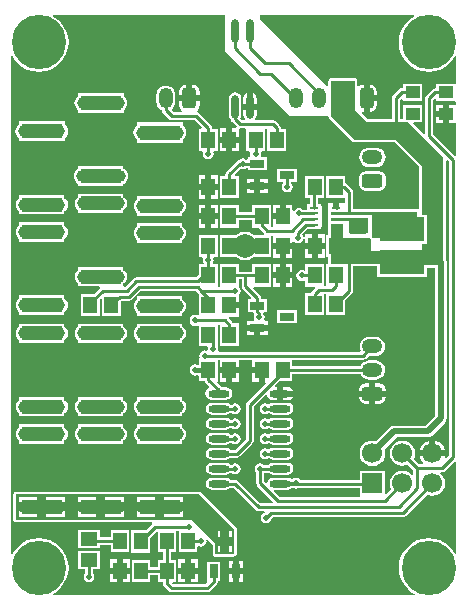
<source format=gtl>
G04*
G04 #@! TF.GenerationSoftware,Altium Limited,Altium Designer,20.0.2 (26)*
G04*
G04 Layer_Physical_Order=1*
G04 Layer_Color=25308*
%FSLAX25Y25*%
%MOIN*%
G70*
G01*
G75*
%ADD42O,0.02559X0.07874*%
%ADD43O,0.07087X0.02362*%
%ADD44R,0.04921X0.02756*%
%ADD45R,0.02756X0.04921*%
%ADD46R,0.04724X0.03937*%
%ADD47R,0.04567X0.05787*%
%ADD48R,0.14961X0.07874*%
%ADD49R,0.05787X0.04567*%
%ADD50R,0.02362X0.04724*%
%ADD51R,0.03150X0.00984*%
%ADD52R,0.13465X0.04921*%
%ADD53C,0.01000*%
%ADD54C,0.01500*%
%ADD55C,0.02000*%
%ADD56R,0.06693X0.06693*%
%ADD57C,0.06693*%
G04:AMPARAMS|DCode=58|XSize=47.24mil|YSize=68.9mil|CornerRadius=11.81mil|HoleSize=0mil|Usage=FLASHONLY|Rotation=90.000|XOffset=0mil|YOffset=0mil|HoleType=Round|Shape=RoundedRectangle|*
%AMROUNDEDRECTD58*
21,1,0.04724,0.04528,0,0,90.0*
21,1,0.02362,0.06890,0,0,90.0*
1,1,0.02362,0.02264,0.01181*
1,1,0.02362,0.02264,-0.01181*
1,1,0.02362,-0.02264,-0.01181*
1,1,0.02362,-0.02264,0.01181*
%
%ADD58ROUNDEDRECTD58*%
%ADD59O,0.06890X0.04724*%
G04:AMPARAMS|DCode=60|XSize=47.24mil|YSize=68.9mil|CornerRadius=11.81mil|HoleSize=0mil|Usage=FLASHONLY|Rotation=180.000|XOffset=0mil|YOffset=0mil|HoleType=Round|Shape=RoundedRectangle|*
%AMROUNDEDRECTD60*
21,1,0.04724,0.04528,0,0,180.0*
21,1,0.02362,0.06890,0,0,180.0*
1,1,0.02362,-0.01181,0.02264*
1,1,0.02362,0.01181,0.02264*
1,1,0.02362,0.01181,-0.02264*
1,1,0.02362,-0.01181,-0.02264*
%
%ADD60ROUNDEDRECTD60*%
%ADD61O,0.04724X0.06890*%
%ADD62C,0.18110*%
%ADD63C,0.03937*%
%ADD64C,0.01968*%
%ADD65C,0.03150*%
%ADD66C,0.07874*%
G36*
X72835Y183071D02*
X94488Y161417D01*
X107350D01*
X107420Y161066D01*
X107619Y160768D01*
X115493Y152894D01*
X115791Y152696D01*
X116142Y152626D01*
X129541D01*
X137665Y144502D01*
Y130652D01*
X137571Y130551D01*
X137165Y130312D01*
X137008Y130343D01*
X115499D01*
Y136221D01*
X115398Y136728D01*
X115111Y137158D01*
X113536Y138733D01*
X113106Y139020D01*
X112887Y139063D01*
Y141489D01*
X106720D01*
Y134102D01*
X112848D01*
Y132768D01*
X112535Y132398D01*
X110961D01*
Y130905D01*
X108961D01*
Y132398D01*
X107386D01*
Y131315D01*
X107299D01*
Y127953D01*
Y124591D01*
X107350D01*
Y121904D01*
X106620D01*
Y114316D01*
X107350D01*
Y112205D01*
X107150Y111961D01*
X106720D01*
Y104869D01*
X105879D01*
Y111961D01*
X99712D01*
Y110155D01*
X99212Y109888D01*
X99121Y109949D01*
X98425Y110087D01*
X97729Y109949D01*
X97139Y109554D01*
X96745Y108964D01*
X96606Y108268D01*
X96745Y107571D01*
X97139Y106981D01*
X97729Y106587D01*
X98425Y106448D01*
X99121Y106587D01*
X99212Y106647D01*
X99712Y106380D01*
Y104574D01*
X102780D01*
X102987Y104074D01*
X101858Y102945D01*
X101571Y102515D01*
X101570Y102513D01*
X99712D01*
Y95125D01*
X105879D01*
Y102218D01*
X106620D01*
Y95025D01*
X112987D01*
Y99984D01*
X115182Y102180D01*
X115183Y102180D01*
X115492Y102643D01*
X115601Y103189D01*
X115601Y103189D01*
Y111287D01*
X123509D01*
Y107761D01*
X140270D01*
Y110661D01*
X142945D01*
Y61423D01*
X139758Y58236D01*
X129370D01*
X128629Y58089D01*
X128000Y57669D01*
X123360Y53029D01*
X123156Y53114D01*
X122047Y53259D01*
X120939Y53114D01*
X119906Y52686D01*
X119019Y52005D01*
X118338Y51118D01*
X117910Y50085D01*
X117764Y48976D01*
X117910Y47868D01*
X118338Y46835D01*
X119019Y45948D01*
X119906Y45267D01*
X120939Y44839D01*
X122047Y44693D01*
X123156Y44839D01*
X124189Y45267D01*
X125076Y45948D01*
X125757Y46835D01*
X126184Y47868D01*
X126330Y48976D01*
X126184Y50085D01*
X126100Y50289D01*
X130173Y54362D01*
X140561D01*
X141302Y54510D01*
X141930Y54929D01*
X146252Y59251D01*
X146672Y59879D01*
X146819Y60620D01*
Y112598D01*
X146672Y113340D01*
X146587Y113467D01*
Y146555D01*
X147049Y146746D01*
X147493Y146301D01*
Y48187D01*
X146593Y47286D01*
X146169Y47570D01*
X146282Y47842D01*
X146300Y47976D01*
X142047D01*
X137795D01*
X137813Y47842D01*
X138251Y46784D01*
X138914Y45920D01*
X138845Y45575D01*
X138792Y45420D01*
X137478D01*
X135770Y47128D01*
X136087Y47894D01*
X136230Y48976D01*
X136087Y50059D01*
X135669Y51068D01*
X135004Y51934D01*
X134138Y52598D01*
X133130Y53016D01*
X132047Y53159D01*
X130965Y53016D01*
X129956Y52598D01*
X129090Y51934D01*
X128425Y51068D01*
X128007Y50059D01*
X127865Y48976D01*
X128007Y47894D01*
X128425Y46885D01*
X129090Y46019D01*
X129956Y45355D01*
X130965Y44937D01*
X132047Y44794D01*
X133130Y44937D01*
X133895Y45254D01*
X135682Y43467D01*
Y41872D01*
X135182Y41702D01*
X135004Y41934D01*
X134138Y42598D01*
X133130Y43016D01*
X132047Y43159D01*
X130965Y43016D01*
X129956Y42598D01*
X129090Y41934D01*
X128425Y41067D01*
X128007Y40059D01*
X127865Y38976D01*
X128007Y37894D01*
X128325Y37128D01*
X126656Y35459D01*
X126194Y35651D01*
Y43123D01*
X117901D01*
Y40223D01*
X97770D01*
X97743Y40263D01*
X97153Y40657D01*
X96457Y40796D01*
X95761Y40657D01*
X95229Y40302D01*
X95145D01*
X95129Y40326D01*
X94474Y40764D01*
X93701Y40918D01*
X88976D01*
X88203Y40764D01*
X87548Y40326D01*
X87110Y39671D01*
X87015Y39189D01*
X86472Y39025D01*
X85971Y39525D01*
Y42572D01*
X87479D01*
X87548Y42469D01*
X88203Y42031D01*
X88976Y41878D01*
X93701D01*
X94474Y42031D01*
X95129Y42469D01*
X95567Y43125D01*
X95721Y43898D01*
X95567Y44671D01*
X95129Y45326D01*
X94474Y45764D01*
X93701Y45917D01*
X88976D01*
X88203Y45764D01*
X87548Y45326D01*
X87479Y45223D01*
X85874D01*
X85342Y45578D01*
X84646Y45717D01*
X83950Y45578D01*
X83359Y45184D01*
X82965Y44594D01*
X82827Y43898D01*
X82965Y43202D01*
X83320Y42670D01*
Y38976D01*
X83421Y38469D01*
X83708Y38039D01*
X88858Y32890D01*
X88666Y32428D01*
X84683D01*
X77276Y39835D01*
X76846Y40122D01*
X76339Y40223D01*
X74725D01*
X74657Y40326D01*
X74001Y40764D01*
X73228Y40918D01*
X68504D01*
X67731Y40764D01*
X67076Y40326D01*
X66638Y39671D01*
X66484Y38898D01*
X66638Y38125D01*
X67076Y37469D01*
X67731Y37031D01*
X68504Y36878D01*
X73228D01*
X74001Y37031D01*
X74657Y37469D01*
X74725Y37572D01*
X75789D01*
X83197Y30165D01*
X83627Y29878D01*
X84134Y29777D01*
X86055D01*
X86105Y29277D01*
X85918Y29240D01*
X85328Y28845D01*
X84933Y28255D01*
X84795Y27559D01*
X84933Y26863D01*
X85328Y26273D01*
X85918Y25878D01*
X86614Y25740D01*
X87310Y25878D01*
X87901Y26273D01*
X88295Y26863D01*
X88420Y27490D01*
X88738Y27808D01*
X132205D01*
X132712Y27909D01*
X133142Y28197D01*
X140199Y35254D01*
X140965Y34937D01*
X142047Y34794D01*
X143130Y34937D01*
X144138Y35355D01*
X145004Y36019D01*
X145669Y36885D01*
X146087Y37894D01*
X146230Y38976D01*
X146087Y40059D01*
X145669Y41067D01*
X145004Y41934D01*
X144568Y42269D01*
X144737Y42769D01*
X145276D01*
X145783Y42870D01*
X146213Y43157D01*
X149469Y46414D01*
X149969Y46207D01*
Y15542D01*
X149469Y15417D01*
X148982Y16329D01*
X147750Y17829D01*
X146250Y19061D01*
X144538Y19976D01*
X142680Y20539D01*
X140748Y20730D01*
X138816Y20539D01*
X136958Y19976D01*
X135246Y19061D01*
X133746Y17829D01*
X132514Y16329D01*
X131599Y14616D01*
X131035Y12759D01*
X130845Y10827D01*
X131035Y8895D01*
X131599Y7037D01*
X132514Y5325D01*
X133746Y3824D01*
X135246Y2593D01*
X136158Y2106D01*
X136033Y1606D01*
X15542D01*
X15417Y2106D01*
X16329Y2593D01*
X17829Y3824D01*
X19061Y5325D01*
X19976Y7037D01*
X20539Y8895D01*
X20730Y10827D01*
X20539Y12759D01*
X19976Y14616D01*
X19061Y16329D01*
X17829Y17829D01*
X16329Y19061D01*
X14616Y19976D01*
X12759Y20539D01*
X10827Y20730D01*
X8895Y20539D01*
X7037Y19976D01*
X5325Y19061D01*
X3824Y17829D01*
X2593Y16329D01*
X2106Y15417D01*
X1606Y15542D01*
X1606Y181308D01*
X2106Y181434D01*
X2593Y180522D01*
X3824Y179021D01*
X5325Y177790D01*
X7037Y176875D01*
X8895Y176311D01*
X10827Y176121D01*
X12759Y176311D01*
X14616Y176875D01*
X16329Y177790D01*
X17829Y179021D01*
X19061Y180522D01*
X19976Y182234D01*
X20539Y184092D01*
X20730Y186024D01*
X20539Y187956D01*
X19976Y189813D01*
X19061Y191525D01*
X17829Y193026D01*
X16329Y194257D01*
X15417Y194745D01*
X15542Y195245D01*
X72835D01*
X72835Y183071D01*
D02*
G37*
G36*
X136158Y194745D02*
X135246Y194257D01*
X133746Y193026D01*
X132514Y191525D01*
X131599Y189813D01*
X131035Y187956D01*
X130845Y186024D01*
X131035Y184092D01*
X131599Y182234D01*
X132514Y180522D01*
X133746Y179021D01*
X135246Y177790D01*
X136958Y176875D01*
X138816Y176311D01*
X140748Y176121D01*
X142680Y176311D01*
X144538Y176875D01*
X146250Y177790D01*
X147750Y179021D01*
X148982Y180522D01*
X149469Y181434D01*
X149969Y181308D01*
Y172415D01*
X149619Y172060D01*
X143295D01*
Y170617D01*
X142913D01*
X142406Y170516D01*
X141976Y170229D01*
X140008Y168260D01*
X139720Y167830D01*
X139619Y167323D01*
Y155639D01*
X139157Y155447D01*
X135631Y158974D01*
X135822Y159436D01*
X138595D01*
Y164973D01*
X132271D01*
Y160366D01*
X131349D01*
Y166732D01*
X131709Y167092D01*
X132171Y166901D01*
Y166423D01*
X138695D01*
Y172160D01*
X132171D01*
Y170719D01*
X131890D01*
X131343Y170610D01*
X130880Y170301D01*
X130880Y170301D01*
X128912Y168332D01*
X128603Y167869D01*
X128494Y167323D01*
X128494Y167323D01*
Y160366D01*
X120459D01*
X118401Y162424D01*
X118647Y162885D01*
X118898Y162835D01*
X119079D01*
Y167323D01*
Y171810D01*
X118898D01*
X118047Y171641D01*
X117559Y171316D01*
X117059Y171583D01*
Y173228D01*
X116990Y173580D01*
X116791Y173877D01*
X116493Y174076D01*
X116142Y174146D01*
X108268D01*
X107917Y174076D01*
X107619Y173877D01*
X107420Y173580D01*
X107350Y173228D01*
Y171650D01*
X106888Y171458D01*
X84646Y193701D01*
Y195245D01*
X136033D01*
X136158Y194745D01*
D02*
G37*
G36*
X143295Y167145D02*
Y166523D01*
X149619D01*
X149969Y166168D01*
Y165611D01*
X149819Y165173D01*
X149469Y165173D01*
X147457D01*
Y162205D01*
Y159236D01*
X149469D01*
X149819Y159236D01*
X149969Y158799D01*
Y148282D01*
X149469Y148075D01*
X142270Y155273D01*
Y166774D01*
X142833Y167336D01*
X143295Y167145D01*
D02*
G37*
G36*
X120472Y127531D02*
X120472Y122441D01*
X114173Y122441D01*
X114173Y126378D01*
X108380Y126378D01*
Y127531D01*
X120472Y127531D01*
D02*
G37*
G36*
X137008Y120866D02*
X122047D01*
Y128346D01*
X108280Y128347D01*
Y129528D01*
X137008D01*
Y120866D01*
D02*
G37*
G36*
X116142Y163386D02*
X120079Y159449D01*
X132271D01*
Y159436D01*
X133871D01*
X145669Y147638D01*
Y112205D01*
X108268Y112205D01*
X108268Y124691D01*
X108380D01*
Y125562D01*
X112205Y125562D01*
X112205Y120866D01*
X121232Y120866D01*
Y120866D01*
X121294Y120554D01*
X121470Y120289D01*
X121506Y120266D01*
X121506Y116535D01*
X138583D01*
X138583Y118885D01*
X140170D01*
Y128359D01*
X138583D01*
Y144882D01*
X129921Y153543D01*
X116142D01*
X108268Y161417D01*
Y173228D01*
X116142D01*
Y163386D01*
D02*
G37*
G36*
X117901Y34830D02*
X117901D01*
X117740Y34396D01*
X91100D01*
X89119Y36378D01*
X89326Y36878D01*
X93701D01*
X94474Y37031D01*
X95129Y37469D01*
X95198Y37572D01*
X95347D01*
X95761Y37296D01*
X96457Y37157D01*
X97153Y37296D01*
X97567Y37572D01*
X117901D01*
Y34830D01*
D02*
G37*
%LPC*%
G36*
X62205Y171810D02*
X62024D01*
Y168323D01*
X64429D01*
Y169587D01*
X64259Y170438D01*
X63777Y171159D01*
X63056Y171641D01*
X62205Y171810D01*
D02*
G37*
G36*
X60024D02*
X59842D01*
X58991Y171641D01*
X58270Y171159D01*
X57788Y170438D01*
X57619Y169587D01*
Y168323D01*
X60024D01*
Y171810D01*
D02*
G37*
G36*
X82240Y169298D02*
Y165567D01*
X83564D01*
Y167224D01*
X83387Y168114D01*
X82884Y168868D01*
X82240Y169298D01*
D02*
G37*
G36*
X80240D02*
X79597Y168868D01*
X79093Y168114D01*
X78916Y167224D01*
Y165567D01*
X80240D01*
Y169298D01*
D02*
G37*
G36*
X39128Y169109D02*
X23864D01*
Y168039D01*
X23545Y167794D01*
X23085Y167195D01*
X22796Y166497D01*
X22697Y165748D01*
X22796Y164999D01*
X23085Y164301D01*
X23545Y163702D01*
X23864Y163457D01*
Y162387D01*
X39128D01*
Y163457D01*
X39447Y163702D01*
X39907Y164301D01*
X40196Y164999D01*
X40295Y165748D01*
X40196Y166497D01*
X39907Y167195D01*
X39447Y167794D01*
X39128Y168039D01*
Y169109D01*
D02*
G37*
G36*
X73370Y157437D02*
X71087D01*
Y154543D01*
X73370D01*
Y157437D01*
D02*
G37*
G36*
X19443Y159660D02*
X4179D01*
Y158590D01*
X3860Y158345D01*
X3400Y157746D01*
X3111Y157048D01*
X3012Y156299D01*
X3111Y155550D01*
X3400Y154853D01*
X3860Y154253D01*
X4179Y154008D01*
Y152939D01*
X19443D01*
Y154008D01*
X19762Y154253D01*
X20222Y154853D01*
X20511Y155550D01*
X20610Y156299D01*
X20511Y157048D01*
X20222Y157746D01*
X19762Y158345D01*
X19443Y158590D01*
Y159660D01*
D02*
G37*
G36*
X58813Y159266D02*
X43549D01*
Y158196D01*
X43230Y157951D01*
X42770Y157352D01*
X42481Y156654D01*
X42382Y155905D01*
X42481Y155157D01*
X42770Y154459D01*
X43230Y153860D01*
X43549Y153615D01*
Y152545D01*
X58813D01*
Y153615D01*
X59132Y153860D01*
X59592Y154459D01*
X59881Y155157D01*
X59980Y155905D01*
X59881Y156654D01*
X59592Y157352D01*
X59132Y157951D01*
X58813Y158196D01*
Y159266D01*
D02*
G37*
G36*
X76240Y169345D02*
X75429Y169183D01*
X74741Y168724D01*
X74281Y168036D01*
X74120Y167224D01*
Y161909D01*
X74281Y161098D01*
X74741Y160410D01*
X74933Y160282D01*
X75016Y159867D01*
X75303Y159437D01*
X76803Y157937D01*
X76596Y157437D01*
X75370D01*
Y154543D01*
X77653D01*
Y157090D01*
X77953Y157336D01*
X79568D01*
X80027Y157237D01*
X80027Y156836D01*
Y149850D01*
X81058D01*
X81357Y149350D01*
X81252Y148819D01*
X81385Y148150D01*
X81387Y148063D01*
X81131Y147650D01*
X80401D01*
Y146982D01*
X79901Y146843D01*
X79436Y147153D01*
X78740Y147292D01*
X78044Y147153D01*
X77454Y146759D01*
X77438Y146735D01*
X77249Y146697D01*
X76819Y146410D01*
X73433Y143024D01*
X73146Y142594D01*
X73045Y142087D01*
Y141489D01*
X71287D01*
Y134102D01*
X77454D01*
Y141489D01*
X76354D01*
X76147Y141989D01*
X77987Y143830D01*
X78044Y143792D01*
X78740Y143653D01*
X79436Y143792D01*
X79901Y144102D01*
X80401Y143963D01*
Y143295D01*
X86922D01*
Y147650D01*
X85011D01*
X84755Y148063D01*
X84757Y148150D01*
X84890Y148819D01*
X84785Y149350D01*
X85084Y149850D01*
X86194D01*
X86194Y157059D01*
X86614Y157292D01*
X87035Y157059D01*
Y149850D01*
X93202D01*
Y157237D01*
X91444D01*
Y157520D01*
X91343Y158027D01*
X91055Y158457D01*
X89914Y159599D01*
X89484Y159886D01*
X88976Y159987D01*
X83297D01*
X83031Y160487D01*
X83387Y161020D01*
X83564Y161909D01*
Y163567D01*
X81240D01*
X78916D01*
Y161909D01*
X79093Y161020D01*
X79449Y160487D01*
X79183Y159987D01*
X78502D01*
X77875Y160613D01*
X78199Y161098D01*
X78360Y161909D01*
Y167224D01*
X78199Y168036D01*
X77739Y168724D01*
X77052Y169183D01*
X76240Y169345D01*
D02*
G37*
G36*
X77653Y152543D02*
X75370D01*
Y149650D01*
X77653D01*
Y152543D01*
D02*
G37*
G36*
X73370D02*
X71087D01*
Y149650D01*
X73370D01*
Y152543D01*
D02*
G37*
G36*
X53150Y171595D02*
X52324Y171486D01*
X51555Y171168D01*
X50894Y170661D01*
X50387Y170000D01*
X50069Y169231D01*
X49960Y168405D01*
Y166240D01*
X50069Y165415D01*
X50387Y164645D01*
X50894Y163985D01*
X51555Y163478D01*
X51828Y163365D01*
X51925Y162879D01*
X52212Y162449D01*
X54181Y160480D01*
X54611Y160193D01*
X55118Y160092D01*
X62837D01*
X65230Y157699D01*
X65038Y157237D01*
X64279D01*
Y149850D01*
X65310D01*
X65609Y149350D01*
X65504Y148819D01*
X65642Y148123D01*
X66036Y147532D01*
X66627Y147138D01*
X67323Y147000D01*
X68019Y147138D01*
X68609Y147532D01*
X69004Y148123D01*
X69142Y148819D01*
X69037Y149350D01*
X69336Y149850D01*
X70446D01*
Y157237D01*
X68688D01*
Y157441D01*
X68587Y157948D01*
X68300Y158378D01*
X64323Y162355D01*
X63893Y162642D01*
X63523Y162715D01*
X63398Y163099D01*
X63402Y163236D01*
X63777Y163487D01*
X64259Y164208D01*
X64429Y165059D01*
Y166323D01*
X61024D01*
X57619D01*
Y165059D01*
X57788Y164208D01*
X58270Y163487D01*
X58635Y163243D01*
X58483Y162743D01*
X55667D01*
X55119Y163291D01*
X55151Y163790D01*
X55405Y163985D01*
X55912Y164645D01*
X56230Y165415D01*
X56339Y166240D01*
Y168405D01*
X56230Y169231D01*
X55912Y170000D01*
X55405Y170661D01*
X54744Y171168D01*
X53975Y171486D01*
X53150Y171595D01*
D02*
G37*
G36*
X123130Y150928D02*
X120965D01*
X120113Y150816D01*
X119319Y150487D01*
X118638Y149964D01*
X118115Y149283D01*
X117786Y148489D01*
X117674Y147638D01*
X117786Y146786D01*
X118115Y145993D01*
X118638Y145311D01*
X119319Y144788D01*
X120113Y144460D01*
X120965Y144348D01*
X123130D01*
X123981Y144460D01*
X124775Y144788D01*
X125457Y145311D01*
X125979Y145993D01*
X126308Y146786D01*
X126420Y147638D01*
X126308Y148489D01*
X125979Y149283D01*
X125457Y149964D01*
X124775Y150487D01*
X123981Y150816D01*
X123130Y150928D01*
D02*
G37*
G36*
X87122Y140370D02*
X84661D01*
Y138992D01*
X87122D01*
Y140370D01*
D02*
G37*
G36*
X82661D02*
X80201D01*
Y138992D01*
X82661D01*
Y140370D01*
D02*
G37*
G36*
X70646Y141689D02*
X68362D01*
Y138795D01*
X70646D01*
Y141689D01*
D02*
G37*
G36*
X66362D02*
X64079D01*
Y138795D01*
X66362D01*
Y141689D01*
D02*
G37*
G36*
X39028Y144599D02*
X23964D01*
Y143824D01*
X23801Y143757D01*
X23222Y143313D01*
X22779Y142735D01*
X22500Y142061D01*
X22404Y141339D01*
X22500Y140616D01*
X22779Y139942D01*
X23222Y139364D01*
X23801Y138920D01*
X23964Y138853D01*
Y138078D01*
X39028D01*
Y138853D01*
X39191Y138920D01*
X39770Y139364D01*
X40214Y139942D01*
X40492Y140616D01*
X40588Y141339D01*
X40492Y142061D01*
X40214Y142735D01*
X39770Y143313D01*
X39191Y143757D01*
X39028Y143824D01*
Y144599D01*
D02*
G37*
G36*
X124311Y143067D02*
X119783D01*
X118972Y142905D01*
X118283Y142445D01*
X117823Y141757D01*
X117662Y140945D01*
Y138583D01*
X117823Y137771D01*
X118283Y137082D01*
X118972Y136622D01*
X119783Y136461D01*
X124311D01*
X125123Y136622D01*
X125811Y137082D01*
X126271Y137771D01*
X126433Y138583D01*
Y140945D01*
X126271Y141757D01*
X125811Y142445D01*
X125123Y142905D01*
X124311Y143067D01*
D02*
G37*
G36*
X96765Y143910D02*
X90243D01*
Y139554D01*
X92375D01*
Y139023D01*
X92020Y138491D01*
X91882Y137795D01*
X92020Y137099D01*
X92414Y136509D01*
X93005Y136115D01*
X93701Y135976D01*
X94397Y136115D01*
X94987Y136509D01*
X95381Y137099D01*
X95520Y137795D01*
X95381Y138491D01*
X95026Y139023D01*
Y139554D01*
X96765D01*
Y143910D01*
D02*
G37*
G36*
X87122Y136992D02*
X84661D01*
Y135614D01*
X87122D01*
Y136992D01*
D02*
G37*
G36*
X82661D02*
X80201D01*
Y135614D01*
X82661D01*
Y136992D01*
D02*
G37*
G36*
X70646Y136795D02*
X68362D01*
Y133902D01*
X70646D01*
Y136795D01*
D02*
G37*
G36*
X66362D02*
X64079D01*
Y133902D01*
X66362D01*
Y136795D01*
D02*
G37*
G36*
X105879Y141489D02*
X99712D01*
Y134102D01*
X101312D01*
Y132198D01*
X100263D01*
Y130262D01*
X98669D01*
X98137Y130618D01*
X97441Y130756D01*
X96745Y130618D01*
X96155Y130223D01*
X95870Y129798D01*
X95370Y129949D01*
Y131846D01*
X93087D01*
Y127953D01*
X92087D01*
Y126953D01*
X88803D01*
Y124554D01*
X88162D01*
Y131647D01*
X81995D01*
Y129278D01*
X77454D01*
Y131647D01*
X71287D01*
Y124259D01*
X77454D01*
Y126627D01*
X81995D01*
Y124259D01*
X84115D01*
X84141Y124220D01*
X86058Y122304D01*
X86056Y122249D01*
X85900Y121804D01*
X82495D01*
X81916Y122248D01*
X80764Y122725D01*
X79528Y122888D01*
X78291Y122725D01*
X77139Y122248D01*
X76560Y121804D01*
X71287D01*
Y114417D01*
X76560D01*
X77139Y113972D01*
X78291Y113495D01*
X79528Y113332D01*
X80764Y113495D01*
X81916Y113972D01*
X82495Y114417D01*
X88162D01*
Y121318D01*
X88340Y121463D01*
X88662Y121571D01*
X88803Y121467D01*
Y119110D01*
X92087D01*
X95370D01*
Y119559D01*
X95870Y119711D01*
X95958Y119580D01*
X96548Y119185D01*
X97244Y119047D01*
X97940Y119185D01*
X98531Y119580D01*
X98925Y120170D01*
X99012Y120607D01*
X99512Y120558D01*
Y119110D01*
X101795D01*
Y122004D01*
X99512D01*
Y121174D01*
X99012Y121125D01*
X98925Y121562D01*
X98650Y121973D01*
X100352Y123674D01*
X102638D01*
X102805Y123708D01*
X105013D01*
Y124591D01*
X105299D01*
Y127953D01*
Y131315D01*
X105013D01*
Y132198D01*
X103963D01*
Y134102D01*
X105879D01*
Y141489D01*
D02*
G37*
G36*
X39028Y135544D02*
X23964D01*
Y134525D01*
X23616Y134258D01*
X23172Y133680D01*
X22893Y133006D01*
X22798Y132283D01*
X22893Y131561D01*
X23172Y130887D01*
X23616Y130309D01*
X23964Y130042D01*
Y129023D01*
X39028D01*
Y130042D01*
X39376Y130309D01*
X39820Y130887D01*
X40099Y131561D01*
X40194Y132283D01*
X40099Y133006D01*
X39820Y133680D01*
X39376Y134258D01*
X39028Y134525D01*
Y135544D01*
D02*
G37*
G36*
X70646Y131846D02*
X68362D01*
Y128953D01*
X70646D01*
Y131846D01*
D02*
G37*
G36*
X66362D02*
X64079D01*
Y128953D01*
X66362D01*
Y131846D01*
D02*
G37*
G36*
X91087D02*
X88803D01*
Y128953D01*
X91087D01*
Y131846D01*
D02*
G37*
G36*
X19343Y135150D02*
X4279D01*
Y134131D01*
X3931Y133864D01*
X3487Y133286D01*
X3208Y132613D01*
X3113Y131890D01*
X3208Y131167D01*
X3487Y130494D01*
X3931Y129915D01*
X4279Y129648D01*
Y128629D01*
X19343D01*
Y129648D01*
X19691Y129915D01*
X20135Y130494D01*
X20414Y131167D01*
X20509Y131890D01*
X20414Y132613D01*
X20135Y133286D01*
X19691Y133864D01*
X19343Y134131D01*
Y135150D01*
D02*
G37*
G36*
X58713Y134757D02*
X43649D01*
Y133737D01*
X43301Y133471D01*
X42857Y132892D01*
X42578Y132219D01*
X42483Y131496D01*
X42578Y130773D01*
X42857Y130100D01*
X43301Y129522D01*
X43649Y129255D01*
Y128235D01*
X58713D01*
Y129255D01*
X59061Y129522D01*
X59505Y130100D01*
X59784Y130773D01*
X59879Y131496D01*
X59784Y132219D01*
X59505Y132892D01*
X59061Y133471D01*
X58713Y133737D01*
Y134757D01*
D02*
G37*
G36*
X70646Y126953D02*
X68362D01*
Y124059D01*
X70646D01*
Y126953D01*
D02*
G37*
G36*
X66362D02*
X64079D01*
Y124059D01*
X66362D01*
Y126953D01*
D02*
G37*
G36*
X19343Y126095D02*
X4279D01*
Y125076D01*
X3931Y124809D01*
X3487Y124231D01*
X3208Y123557D01*
X3113Y122835D01*
X3208Y122112D01*
X3487Y121439D01*
X3931Y120860D01*
X4279Y120593D01*
Y119574D01*
X19343D01*
Y120593D01*
X19691Y120860D01*
X20135Y121439D01*
X20414Y122112D01*
X20509Y122835D01*
X20414Y123557D01*
X20135Y124231D01*
X19691Y124809D01*
X19343Y125076D01*
Y126095D01*
D02*
G37*
G36*
X58713Y125702D02*
X43649D01*
Y124682D01*
X43301Y124416D01*
X42857Y123837D01*
X42578Y123164D01*
X42483Y122441D01*
X42578Y121718D01*
X42857Y121045D01*
X43301Y120466D01*
X43649Y120200D01*
Y119180D01*
X58713D01*
Y120200D01*
X59061Y120466D01*
X59505Y121045D01*
X59784Y121718D01*
X59879Y122441D01*
X59784Y123164D01*
X59505Y123837D01*
X59061Y124416D01*
X58713Y124682D01*
Y125702D01*
D02*
G37*
G36*
X106079Y122004D02*
X103795D01*
Y119110D01*
X106079D01*
Y122004D01*
D02*
G37*
G36*
Y117110D02*
X103795D01*
Y114216D01*
X106079D01*
Y117110D01*
D02*
G37*
G36*
X101795D02*
X99512D01*
Y114216D01*
X101795D01*
Y117110D01*
D02*
G37*
G36*
X95370D02*
X93087D01*
Y114216D01*
X95370D01*
Y117110D01*
D02*
G37*
G36*
X91087D02*
X88803D01*
Y114216D01*
X91087D01*
Y117110D01*
D02*
G37*
G36*
X95370Y112161D02*
X93087D01*
Y109268D01*
X95370D01*
Y112161D01*
D02*
G37*
G36*
X91087D02*
X88803D01*
Y109268D01*
X91087D01*
Y112161D01*
D02*
G37*
G36*
X70446Y121804D02*
X64279D01*
Y114417D01*
X65310D01*
X65609Y113917D01*
X65504Y113386D01*
X65642Y112690D01*
X65795Y112461D01*
X65527Y111961D01*
X64279D01*
Y108673D01*
X63231Y107625D01*
X43307D01*
X42800Y107524D01*
X42370Y107237D01*
X39608Y104475D01*
X39471D01*
X39028Y104613D01*
X39028Y104975D01*
Y105633D01*
X39376Y105900D01*
X39820Y106478D01*
X40099Y107151D01*
X40194Y107874D01*
X40099Y108597D01*
X39820Y109270D01*
X39376Y109848D01*
X39028Y110115D01*
Y111135D01*
X23964D01*
Y110115D01*
X23616Y109848D01*
X23172Y109270D01*
X22893Y108597D01*
X22798Y107874D01*
X22893Y107151D01*
X23172Y106478D01*
X23616Y105900D01*
X23964Y105633D01*
Y104613D01*
X31057D01*
X31209Y104113D01*
X31169Y104087D01*
X29201Y102119D01*
X24909D01*
Y94731D01*
X31076D01*
Y100244D01*
X31455Y100623D01*
X31916Y100432D01*
Y94731D01*
X38083D01*
Y99634D01*
X38305Y99856D01*
X40945D01*
X41452Y99957D01*
X41882Y100244D01*
X44644Y103005D01*
X63231D01*
X64279Y101957D01*
Y95315D01*
X63779Y95048D01*
X63727Y95082D01*
X62992Y95228D01*
X62257Y95082D01*
X61634Y94666D01*
X61217Y94042D01*
X61071Y93307D01*
X61217Y92572D01*
X61634Y91949D01*
X62257Y91532D01*
X62992Y91386D01*
X63727Y91532D01*
X63779Y91566D01*
X64279Y91299D01*
Y84889D01*
X66885D01*
X67184Y84389D01*
X67078Y83858D01*
X67134Y83580D01*
X67039Y83451D01*
X66699Y83205D01*
X66142Y83315D01*
X65446Y83177D01*
X64855Y82782D01*
X64461Y82192D01*
X64323Y81496D01*
X64408Y81065D01*
X64179Y80565D01*
X64179D01*
Y78817D01*
X63771Y78573D01*
X63679Y78556D01*
X62992Y78693D01*
X62257Y78547D01*
X61634Y78130D01*
X61217Y77507D01*
X61071Y76772D01*
X61217Y76037D01*
X61634Y75413D01*
X62257Y74997D01*
X62992Y74850D01*
X63679Y74987D01*
X63771Y74971D01*
X64179Y74726D01*
Y72978D01*
X66083D01*
X66353Y72573D01*
X67613Y71313D01*
X67494Y70726D01*
X67004Y70398D01*
X66544Y69710D01*
X66382Y68898D01*
X66544Y68086D01*
X67004Y67397D01*
X67692Y66937D01*
X68504Y66776D01*
X73228D01*
X74040Y66937D01*
X74729Y67397D01*
X75189Y68086D01*
X75350Y68898D01*
X75189Y69710D01*
X74729Y70398D01*
X74040Y70858D01*
X73228Y71020D01*
X71921D01*
X71876Y71088D01*
X70382Y72582D01*
X70546Y72978D01*
X70546D01*
Y80171D01*
X71087D01*
Y77772D01*
X74370D01*
X77653D01*
Y80171D01*
X81795D01*
Y77772D01*
X85079D01*
Y76772D01*
X86079D01*
Y72878D01*
X86275D01*
X86467Y72416D01*
X80165Y66114D01*
X79878Y65684D01*
X79777Y65177D01*
Y53699D01*
X76301Y50223D01*
X74725D01*
X74657Y50326D01*
X74001Y50764D01*
X73228Y50918D01*
X68504D01*
X67731Y50764D01*
X67076Y50326D01*
X66638Y49671D01*
X66484Y48898D01*
X66638Y48125D01*
X67076Y47469D01*
X67731Y47032D01*
X68504Y46878D01*
X73228D01*
X74001Y47032D01*
X74657Y47469D01*
X74725Y47572D01*
X76850D01*
X77358Y47673D01*
X77788Y47960D01*
X82040Y52212D01*
X82327Y52642D01*
X82428Y53150D01*
Y64628D01*
X86318Y68519D01*
X86861Y68354D01*
X86922Y68047D01*
X87404Y67325D01*
X88125Y66843D01*
X88976Y66674D01*
X90339D01*
Y68898D01*
Y71122D01*
X89628D01*
X89421Y71622D01*
X90878Y73078D01*
X95170D01*
Y75446D01*
X118091D01*
X118202Y75177D01*
X118709Y74516D01*
X119370Y74010D01*
X120139Y73691D01*
X120965Y73582D01*
X123130D01*
X123955Y73691D01*
X124725Y74010D01*
X125385Y74516D01*
X125892Y75177D01*
X126211Y75946D01*
X126319Y76772D01*
X126211Y77597D01*
X125892Y78366D01*
X125385Y79027D01*
X124725Y79534D01*
X123955Y79852D01*
X123130Y79961D01*
X120965D01*
X120139Y79852D01*
X119370Y79534D01*
X118709Y79027D01*
X118202Y78366D01*
X118091Y78097D01*
X95170D01*
Y80171D01*
X118898D01*
X119405Y80272D01*
X119835Y80559D01*
X120759Y81483D01*
X120965Y81456D01*
X123130D01*
X123955Y81565D01*
X124725Y81884D01*
X125385Y82390D01*
X125892Y83051D01*
X126211Y83820D01*
X126319Y84646D01*
X126211Y85471D01*
X125892Y86240D01*
X125385Y86901D01*
X124725Y87408D01*
X123955Y87726D01*
X123130Y87835D01*
X120965D01*
X120139Y87726D01*
X119370Y87408D01*
X118709Y86901D01*
X118202Y86240D01*
X117884Y85471D01*
X117775Y84646D01*
X117884Y83820D01*
X118090Y83321D01*
X117779Y82822D01*
X70906D01*
X70610Y83321D01*
X70717Y83858D01*
X70578Y84554D01*
X70446Y84889D01*
X70446Y84889D01*
X70446Y84889D01*
Y91880D01*
X71187D01*
Y84789D01*
X77553D01*
Y92376D01*
X75650D01*
X75379Y92781D01*
X75379Y92781D01*
X74129Y94032D01*
X74336Y94532D01*
X77653D01*
Y97425D01*
X74370D01*
Y99425D01*
X77653D01*
Y101856D01*
X77664Y101863D01*
X78059Y102453D01*
X78197Y103150D01*
X78059Y103846D01*
X77664Y104436D01*
X77454Y104577D01*
Y106942D01*
X78399D01*
Y104675D01*
X78500Y104168D01*
X78787Y103738D01*
X81657Y100868D01*
X81466Y100406D01*
X80401D01*
Y96050D01*
X82378D01*
X82437Y95753D01*
X82694Y95368D01*
X82571Y95184D01*
X82433Y94488D01*
X82571Y93792D01*
X82682Y93626D01*
X82415Y93126D01*
X80201D01*
Y91748D01*
X83661D01*
X87122D01*
Y93126D01*
X86089D01*
X85822Y93626D01*
X85933Y93792D01*
X86071Y94488D01*
X85933Y95184D01*
X85688Y95550D01*
X85955Y96050D01*
X86922D01*
Y100406D01*
X84987D01*
Y100738D01*
X84886Y101245D01*
X84599Y101675D01*
X82200Y104074D01*
X82407Y104574D01*
X88162D01*
Y111961D01*
X81995D01*
Y109593D01*
X77454D01*
Y111961D01*
X71287D01*
Y104753D01*
X70866Y104519D01*
X70446Y104753D01*
Y111961D01*
X69118D01*
X68851Y112461D01*
X69004Y112690D01*
X69142Y113386D01*
X69037Y113917D01*
X69336Y114417D01*
X70446D01*
Y121804D01*
D02*
G37*
G36*
X95370Y107268D02*
X93087D01*
Y104374D01*
X95370D01*
Y107268D01*
D02*
G37*
G36*
X91087D02*
X88803D01*
Y104374D01*
X91087D01*
Y107268D01*
D02*
G37*
G36*
X19343Y101686D02*
X4279D01*
Y100666D01*
X3931Y100400D01*
X3487Y99821D01*
X3208Y99148D01*
X3113Y98425D01*
X3208Y97702D01*
X3487Y97029D01*
X3931Y96451D01*
X4279Y96184D01*
Y95165D01*
X19343D01*
Y96184D01*
X19691Y96451D01*
X20135Y97029D01*
X20414Y97702D01*
X20509Y98425D01*
X20414Y99148D01*
X20135Y99821D01*
X19691Y100400D01*
X19343Y100667D01*
Y101686D01*
D02*
G37*
G36*
X58713Y101292D02*
X43649D01*
Y100273D01*
X43301Y100006D01*
X42857Y99428D01*
X42578Y98754D01*
X42483Y98032D01*
X42578Y97309D01*
X42857Y96635D01*
X43301Y96057D01*
X43649Y95790D01*
Y94771D01*
X58713D01*
Y95790D01*
X59061Y96057D01*
X59505Y96635D01*
X59784Y97309D01*
X59879Y98032D01*
X59784Y98754D01*
X59505Y99428D01*
X59061Y100006D01*
X58713Y100273D01*
Y101292D01*
D02*
G37*
G36*
X96765Y96666D02*
X90243D01*
Y92310D01*
X96765D01*
Y96666D01*
D02*
G37*
G36*
X87122Y89748D02*
X84661D01*
Y88370D01*
X87122D01*
Y89748D01*
D02*
G37*
G36*
X82661D02*
X80201D01*
Y88370D01*
X82661D01*
Y89748D01*
D02*
G37*
G36*
X58713Y92237D02*
X43649D01*
Y91218D01*
X43301Y90951D01*
X42857Y90373D01*
X42578Y89699D01*
X42483Y88976D01*
X42578Y88254D01*
X42857Y87580D01*
X43301Y87002D01*
X43649Y86735D01*
Y85716D01*
X58713D01*
Y86735D01*
X59061Y87002D01*
X59505Y87580D01*
X59784Y88254D01*
X59879Y88976D01*
X59784Y89699D01*
X59505Y90373D01*
X59061Y90951D01*
X58713Y91218D01*
Y92237D01*
D02*
G37*
G36*
X39028D02*
X23964D01*
Y91218D01*
X23616Y90951D01*
X23172Y90373D01*
X22893Y89699D01*
X22798Y88976D01*
X22893Y88254D01*
X23172Y87580D01*
X23616Y87002D01*
X23964Y86735D01*
Y85716D01*
X39028D01*
Y86735D01*
X39376Y87002D01*
X39820Y87580D01*
X40099Y88254D01*
X40194Y88976D01*
X40099Y89699D01*
X39820Y90373D01*
X39376Y90951D01*
X39028Y91218D01*
Y92237D01*
D02*
G37*
G36*
X19343D02*
X4279D01*
Y91218D01*
X3931Y90951D01*
X3487Y90373D01*
X3208Y89699D01*
X3113Y88976D01*
X3208Y88254D01*
X3487Y87580D01*
X3931Y87002D01*
X4279Y86735D01*
Y85716D01*
X19343D01*
Y86735D01*
X19691Y87002D01*
X20135Y87580D01*
X20414Y88254D01*
X20509Y88976D01*
X20414Y89699D01*
X20135Y90373D01*
X19691Y90951D01*
X19343Y91218D01*
Y92237D01*
D02*
G37*
G36*
X84079Y75772D02*
X81795D01*
Y72878D01*
X84079D01*
Y75772D01*
D02*
G37*
G36*
X77653Y75772D02*
X75370D01*
Y72878D01*
X77653D01*
Y75772D01*
D02*
G37*
G36*
X73370D02*
X71087D01*
Y72878D01*
X73370D01*
Y75772D01*
D02*
G37*
G36*
X124311Y72303D02*
X123047D01*
Y69898D01*
X126535D01*
Y70079D01*
X126366Y70930D01*
X125883Y71651D01*
X125162Y72133D01*
X124311Y72303D01*
D02*
G37*
G36*
X93701Y71122D02*
X92339D01*
Y69898D01*
X95656D01*
X95273Y70470D01*
X94552Y70952D01*
X93701Y71122D01*
D02*
G37*
G36*
X121047Y72303D02*
X119783D01*
X118932Y72133D01*
X118211Y71651D01*
X117729Y70930D01*
X117560Y70079D01*
Y69898D01*
X121047D01*
Y72303D01*
D02*
G37*
G36*
X95656Y67898D02*
X92339D01*
Y66674D01*
X93701D01*
X94552Y66843D01*
X95273Y67325D01*
X95656Y67898D01*
D02*
G37*
G36*
X126535D02*
X123047D01*
Y65493D01*
X124311D01*
X125162Y65662D01*
X125883Y66144D01*
X126366Y66865D01*
X126535Y67716D01*
Y67898D01*
D02*
G37*
G36*
X121047D02*
X117560D01*
Y67716D01*
X117729Y66865D01*
X118211Y66144D01*
X118932Y65662D01*
X119783Y65493D01*
X121047D01*
Y67898D01*
D02*
G37*
G36*
X93701Y65918D02*
X88976D01*
X88203Y65764D01*
X87548Y65326D01*
X87506Y65263D01*
X87035Y65578D01*
X86339Y65717D01*
X85642Y65578D01*
X85052Y65184D01*
X84658Y64594D01*
X84519Y63898D01*
X84658Y63201D01*
X85052Y62611D01*
X85642Y62217D01*
X86339Y62078D01*
X87035Y62217D01*
X87506Y62532D01*
X87548Y62469D01*
X88203Y62032D01*
X88976Y61878D01*
X93701D01*
X94474Y62032D01*
X95129Y62469D01*
X95567Y63125D01*
X95721Y63898D01*
X95567Y64671D01*
X95129Y65326D01*
X94474Y65764D01*
X93701Y65918D01*
D02*
G37*
G36*
X73228D02*
X68504D01*
X67731Y65764D01*
X67076Y65326D01*
X66638Y64671D01*
X66484Y63898D01*
X66638Y63125D01*
X67076Y62469D01*
X67731Y62032D01*
X68504Y61878D01*
X73228D01*
X74001Y62032D01*
X74657Y62469D01*
X74725Y62572D01*
X75111D01*
X75642Y62217D01*
X76339Y62078D01*
X77035Y62217D01*
X77625Y62611D01*
X78019Y63201D01*
X78158Y63898D01*
X78019Y64594D01*
X77625Y65184D01*
X77035Y65578D01*
X76339Y65717D01*
X75642Y65578D01*
X75111Y65223D01*
X74725D01*
X74657Y65326D01*
X74001Y65764D01*
X73228Y65918D01*
D02*
G37*
G36*
X58713Y67828D02*
X43649D01*
Y66808D01*
X43301Y66541D01*
X42857Y65963D01*
X42578Y65290D01*
X42483Y64567D01*
X42578Y63844D01*
X42857Y63171D01*
X43301Y62592D01*
X43649Y62326D01*
Y61306D01*
X58713D01*
Y62326D01*
X59061Y62592D01*
X59505Y63171D01*
X59784Y63844D01*
X59879Y64567D01*
X59784Y65290D01*
X59505Y65963D01*
X59061Y66541D01*
X58713Y66808D01*
Y67828D01*
D02*
G37*
G36*
X39028D02*
X23964D01*
Y66808D01*
X23616Y66541D01*
X23172Y65963D01*
X22893Y65290D01*
X22798Y64567D01*
X22893Y63844D01*
X23172Y63171D01*
X23616Y62592D01*
X23964Y62326D01*
Y61306D01*
X39028D01*
Y62326D01*
X39376Y62592D01*
X39820Y63171D01*
X40099Y63844D01*
X40194Y64567D01*
X40099Y65290D01*
X39820Y65963D01*
X39376Y66541D01*
X39028Y66808D01*
Y67828D01*
D02*
G37*
G36*
X19343D02*
X4279D01*
Y66808D01*
X3931Y66541D01*
X3487Y65963D01*
X3208Y65290D01*
X3113Y64567D01*
X3208Y63844D01*
X3487Y63171D01*
X3931Y62592D01*
X4279Y62326D01*
Y61306D01*
X19343D01*
Y62326D01*
X19691Y62592D01*
X20135Y63171D01*
X20414Y63844D01*
X20509Y64567D01*
X20414Y65290D01*
X20135Y65963D01*
X19691Y66541D01*
X19343Y66808D01*
Y67828D01*
D02*
G37*
G36*
X93701Y60918D02*
X88976D01*
X88203Y60764D01*
X87548Y60326D01*
X87506Y60263D01*
X87035Y60578D01*
X86339Y60717D01*
X85642Y60578D01*
X85052Y60184D01*
X84658Y59594D01*
X84519Y58898D01*
X84658Y58201D01*
X85052Y57611D01*
X85642Y57217D01*
X86339Y57078D01*
X87035Y57217D01*
X87506Y57532D01*
X87548Y57469D01*
X88203Y57032D01*
X88976Y56878D01*
X93701D01*
X94474Y57032D01*
X95129Y57469D01*
X95567Y58125D01*
X95721Y58898D01*
X95567Y59671D01*
X95129Y60326D01*
X94474Y60764D01*
X93701Y60918D01*
D02*
G37*
G36*
X73228D02*
X68504D01*
X67731Y60764D01*
X67076Y60326D01*
X66638Y59671D01*
X66484Y58898D01*
X66638Y58125D01*
X67076Y57469D01*
X67731Y57032D01*
X68504Y56878D01*
X73228D01*
X74001Y57032D01*
X74657Y57469D01*
X74725Y57572D01*
X75111D01*
X75642Y57217D01*
X76339Y57078D01*
X77035Y57217D01*
X77625Y57611D01*
X78019Y58201D01*
X78158Y58898D01*
X78019Y59594D01*
X77625Y60184D01*
X77035Y60578D01*
X76339Y60717D01*
X75642Y60578D01*
X75111Y60223D01*
X74725D01*
X74657Y60326D01*
X74001Y60764D01*
X73228Y60918D01*
D02*
G37*
G36*
X93701Y55918D02*
X88976D01*
X88203Y55764D01*
X87548Y55326D01*
X87506Y55263D01*
X87035Y55578D01*
X86339Y55717D01*
X85642Y55578D01*
X85052Y55184D01*
X84658Y54594D01*
X84519Y53898D01*
X84658Y53202D01*
X85052Y52611D01*
X85642Y52217D01*
X86339Y52078D01*
X87035Y52217D01*
X87506Y52532D01*
X87548Y52469D01*
X88203Y52031D01*
X88976Y51878D01*
X93701D01*
X94474Y52031D01*
X95129Y52469D01*
X95567Y53125D01*
X95721Y53898D01*
X95567Y54671D01*
X95129Y55326D01*
X94474Y55764D01*
X93701Y55918D01*
D02*
G37*
G36*
X58713Y58772D02*
X43649D01*
Y57753D01*
X43301Y57486D01*
X42857Y56908D01*
X42578Y56235D01*
X42483Y55512D01*
X42578Y54789D01*
X42857Y54116D01*
X43301Y53537D01*
X43649Y53271D01*
Y52251D01*
X58713D01*
Y53271D01*
X59061Y53537D01*
X59505Y54116D01*
X59784Y54789D01*
X59879Y55512D01*
X59784Y56235D01*
X59505Y56908D01*
X59061Y57486D01*
X58713Y57753D01*
Y58772D01*
D02*
G37*
G36*
X39028D02*
X23964D01*
Y57753D01*
X23616Y57486D01*
X23172Y56908D01*
X22893Y56235D01*
X22798Y55512D01*
X22893Y54789D01*
X23172Y54116D01*
X23616Y53537D01*
X23964Y53271D01*
Y52251D01*
X39028D01*
Y53271D01*
X39376Y53537D01*
X39820Y54116D01*
X40099Y54789D01*
X40194Y55512D01*
X40099Y56235D01*
X39820Y56908D01*
X39376Y57486D01*
X39028Y57753D01*
Y58772D01*
D02*
G37*
G36*
X19343D02*
X4279D01*
Y57753D01*
X3931Y57486D01*
X3487Y56908D01*
X3208Y56235D01*
X3113Y55512D01*
X3208Y54789D01*
X3487Y54116D01*
X3931Y53537D01*
X4279Y53271D01*
Y52251D01*
X19343D01*
Y53270D01*
X19691Y53537D01*
X20135Y54116D01*
X20414Y54789D01*
X20509Y55512D01*
X20414Y56235D01*
X20135Y56908D01*
X19691Y57486D01*
X19343Y57753D01*
Y58772D01*
D02*
G37*
G36*
X73228Y55918D02*
X68504D01*
X67731Y55764D01*
X67076Y55326D01*
X66638Y54671D01*
X66484Y53898D01*
X66638Y53125D01*
X67076Y52469D01*
X67731Y52031D01*
X68504Y51878D01*
X73228D01*
X74001Y52031D01*
X74657Y52469D01*
X74725Y52572D01*
X75111D01*
X75642Y52217D01*
X76339Y52078D01*
X77035Y52217D01*
X77625Y52611D01*
X78019Y53202D01*
X78158Y53898D01*
X78019Y54594D01*
X77625Y55184D01*
X77035Y55578D01*
X76339Y55717D01*
X75642Y55578D01*
X75111Y55223D01*
X74725D01*
X74657Y55326D01*
X74001Y55764D01*
X73228Y55918D01*
D02*
G37*
G36*
X93701Y50918D02*
X88976D01*
X88203Y50764D01*
X87548Y50326D01*
X87506Y50263D01*
X87035Y50578D01*
X86339Y50717D01*
X85642Y50578D01*
X85052Y50184D01*
X84658Y49594D01*
X84519Y48898D01*
X84658Y48202D01*
X85052Y47611D01*
X85642Y47217D01*
X86339Y47078D01*
X87035Y47217D01*
X87506Y47532D01*
X87548Y47469D01*
X88203Y47032D01*
X88976Y46878D01*
X93701D01*
X94474Y47032D01*
X95129Y47469D01*
X95567Y48125D01*
X95721Y48898D01*
X95567Y49671D01*
X95129Y50326D01*
X94474Y50764D01*
X93701Y50918D01*
D02*
G37*
G36*
X143047Y53229D02*
Y49976D01*
X146300D01*
X146282Y50111D01*
X145844Y51168D01*
X145147Y52076D01*
X144239Y52773D01*
X143182Y53211D01*
X143047Y53229D01*
D02*
G37*
G36*
X141047D02*
X140913Y53211D01*
X139855Y52773D01*
X138947Y52076D01*
X138251Y51168D01*
X137813Y50111D01*
X137795Y49976D01*
X141047D01*
Y53229D01*
D02*
G37*
G36*
X73228Y45917D02*
X68504D01*
X67731Y45764D01*
X67076Y45326D01*
X66638Y44671D01*
X66484Y43898D01*
X66638Y43125D01*
X67076Y42469D01*
X67731Y42031D01*
X68504Y41878D01*
X73228D01*
X74001Y42031D01*
X74657Y42469D01*
X74725Y42572D01*
X75111D01*
X75642Y42217D01*
X76339Y42078D01*
X77035Y42217D01*
X77625Y42611D01*
X78019Y43202D01*
X78158Y43898D01*
X78019Y44594D01*
X77625Y45184D01*
X77035Y45578D01*
X76339Y45717D01*
X75642Y45578D01*
X75111Y45223D01*
X74725D01*
X74657Y45326D01*
X74001Y45764D01*
X73228Y45917D01*
D02*
G37*
G36*
X31253Y23516D02*
X23865D01*
Y17350D01*
X31253D01*
Y18320D01*
X34751D01*
Y15991D01*
X40918D01*
Y23379D01*
X34751D01*
Y20971D01*
X31253D01*
Y23516D01*
D02*
G37*
G36*
X3150Y36249D02*
X2837Y36187D01*
X2573Y36010D01*
X2396Y35745D01*
X2334Y35433D01*
X2334Y26772D01*
X2396Y26460D01*
X2573Y26195D01*
X2837Y26018D01*
X3150Y25956D01*
X48461Y25956D01*
X48613Y25456D01*
X48558Y25419D01*
X48558Y25419D01*
X46617Y23479D01*
X41659D01*
Y15891D01*
X48026D01*
Y20850D01*
X49999Y22823D01*
X50499Y22616D01*
Y15991D01*
X52257D01*
Y13536D01*
X50499D01*
Y11168D01*
X47926D01*
Y13536D01*
X41759D01*
Y6149D01*
X47926D01*
Y8517D01*
X50499D01*
Y6149D01*
X52257D01*
Y5472D01*
X52358Y4965D01*
X52645Y4535D01*
X54181Y3000D01*
X54611Y2712D01*
X55118Y2612D01*
X66929D01*
X67436Y2712D01*
X67866Y3000D01*
X70032Y5165D01*
X70319Y5595D01*
X70420Y6102D01*
Y6385D01*
X71272D01*
Y12906D01*
X66917D01*
Y6385D01*
X66917D01*
X67088Y5971D01*
X66380Y5263D01*
X55667D01*
X55281Y5649D01*
X55488Y6149D01*
X56666D01*
Y13536D01*
X54908D01*
Y15991D01*
X56666D01*
Y22982D01*
X57507D01*
Y15991D01*
X63674D01*
Y17797D01*
X64174Y18065D01*
X64264Y18004D01*
X64961Y17866D01*
X65657Y18004D01*
X66247Y18399D01*
X66641Y18989D01*
X66780Y19685D01*
X66716Y20006D01*
X67177Y20252D01*
X68869Y18560D01*
X68869Y15354D01*
X68931Y15042D01*
X69108Y14778D01*
X69373Y14601D01*
X69685Y14539D01*
X75631Y14539D01*
X75631Y14539D01*
X75943Y14601D01*
X76208Y14777D01*
X76561Y15131D01*
X76738Y15396D01*
X76800Y15708D01*
X76800Y15708D01*
X76800Y23622D01*
X76800Y23622D01*
X76738Y23934D01*
X76561Y24199D01*
X76561Y24199D01*
X64750Y36010D01*
X64750Y36010D01*
X64485Y36187D01*
X64173Y36249D01*
X64173Y36249D01*
X3150Y36249D01*
D02*
G37*
G36*
X63874Y13736D02*
X61590D01*
Y10842D01*
X63874D01*
Y13736D01*
D02*
G37*
G36*
X41118D02*
X38835D01*
Y10842D01*
X41118D01*
Y13736D01*
D02*
G37*
G36*
X36835D02*
X34551D01*
Y10842D01*
X36835D01*
Y13736D01*
D02*
G37*
G36*
X59591D02*
X57307D01*
Y10842D01*
X59591D01*
Y13736D01*
D02*
G37*
G36*
X78953Y13106D02*
X77575D01*
Y10646D01*
X78953D01*
Y13106D01*
D02*
G37*
G36*
X75575D02*
X74197D01*
Y10646D01*
X75575D01*
Y13106D01*
D02*
G37*
G36*
X78953Y8646D02*
X77575D01*
Y6185D01*
X78953D01*
Y8646D01*
D02*
G37*
G36*
X75575D02*
X74197D01*
Y6185D01*
X75575D01*
Y8646D01*
D02*
G37*
G36*
X31253Y16509D02*
X23865D01*
Y10342D01*
X26234D01*
Y9102D01*
X25878Y8570D01*
X25740Y7874D01*
X25878Y7178D01*
X26273Y6588D01*
X26863Y6193D01*
X27559Y6055D01*
X28255Y6193D01*
X28845Y6588D01*
X29240Y7178D01*
X29378Y7874D01*
X29240Y8570D01*
X28885Y9102D01*
Y10342D01*
X31253D01*
Y16509D01*
D02*
G37*
G36*
X63874Y8843D02*
X61590D01*
Y5949D01*
X63874D01*
Y8843D01*
D02*
G37*
G36*
X59591D02*
X57307D01*
Y5949D01*
X59591D01*
Y8843D01*
D02*
G37*
G36*
X41118D02*
X38835D01*
Y5949D01*
X41118D01*
Y8843D01*
D02*
G37*
G36*
X36835D02*
X34551D01*
Y5949D01*
X36835D01*
Y8843D01*
D02*
G37*
%LPD*%
G36*
X64173Y35433D02*
X75984Y23622D01*
X75984Y15708D01*
X75631Y15354D01*
X69685Y15354D01*
X69685Y18898D01*
X61811Y26772D01*
X3150Y26772D01*
X3150Y35433D01*
X64173Y35433D01*
D02*
G37*
%LPC*%
G36*
X58913Y34563D02*
X52681D01*
Y32602D01*
X58913D01*
Y34563D01*
D02*
G37*
G36*
X39228D02*
X32996D01*
Y32602D01*
X39228D01*
Y34563D01*
D02*
G37*
G36*
X19543D02*
X13311D01*
Y32602D01*
X19543D01*
Y34563D01*
D02*
G37*
G36*
X49681D02*
X43449D01*
Y32602D01*
X49681D01*
Y34563D01*
D02*
G37*
G36*
X29996D02*
X23764D01*
Y32602D01*
X29996D01*
Y34563D01*
D02*
G37*
G36*
X10311D02*
X4079D01*
Y32602D01*
X10311D01*
Y34563D01*
D02*
G37*
G36*
X58913Y29602D02*
X52681D01*
Y27642D01*
X58913D01*
Y29602D01*
D02*
G37*
G36*
X49681D02*
X43449D01*
Y27642D01*
X49681D01*
Y29602D01*
D02*
G37*
G36*
X39228D02*
X32996D01*
Y27642D01*
X39228D01*
Y29602D01*
D02*
G37*
G36*
X29996D02*
X23764D01*
Y27642D01*
X29996D01*
Y29602D01*
D02*
G37*
G36*
X19543D02*
X13311D01*
Y27642D01*
X19543D01*
Y29602D01*
D02*
G37*
G36*
X10311D02*
X4079D01*
Y27642D01*
X10311D01*
Y29602D01*
D02*
G37*
G36*
X75213Y22949D02*
X74335D01*
Y20988D01*
X75213D01*
Y22949D01*
D02*
G37*
G36*
X71335D02*
X70457D01*
Y20988D01*
X71335D01*
Y22949D01*
D02*
G37*
G36*
X75213Y17988D02*
X74335D01*
Y16028D01*
X75213D01*
Y17988D01*
D02*
G37*
G36*
X71335D02*
X70457D01*
Y16028D01*
X71335D01*
Y17988D01*
D02*
G37*
G36*
X121260Y171810D02*
X121079D01*
Y168323D01*
X123484D01*
Y169587D01*
X123314Y170438D01*
X122832Y171159D01*
X122111Y171641D01*
X121260Y171810D01*
D02*
G37*
G36*
X123484Y166323D02*
X121079D01*
Y162835D01*
X121260D01*
X122111Y163005D01*
X122832Y163487D01*
X123314Y164208D01*
X123484Y165059D01*
Y166323D01*
D02*
G37*
G36*
X145457Y165173D02*
X143095D01*
Y163205D01*
X145457D01*
Y165173D01*
D02*
G37*
G36*
Y161205D02*
X143095D01*
Y159236D01*
X145457D01*
Y161205D01*
D02*
G37*
%LPD*%
D42*
X76240Y164567D02*
D03*
X81240D02*
D03*
X76240Y189764D02*
D03*
X81240D02*
D03*
D43*
X70866Y68898D02*
D03*
Y63898D02*
D03*
Y58898D02*
D03*
Y53898D02*
D03*
Y48898D02*
D03*
Y43898D02*
D03*
Y38898D02*
D03*
X91339Y68898D02*
D03*
Y63898D02*
D03*
Y58898D02*
D03*
Y53898D02*
D03*
Y48898D02*
D03*
Y43898D02*
D03*
Y38898D02*
D03*
D44*
X83661Y145472D02*
D03*
Y137992D02*
D03*
X93504Y141732D02*
D03*
X83661Y98228D02*
D03*
Y90748D02*
D03*
X93504Y94488D02*
D03*
D45*
X69095Y9646D02*
D03*
X76575D02*
D03*
X72835Y19488D02*
D03*
D46*
X146457Y169291D02*
D03*
Y162205D02*
D03*
X135433D02*
D03*
Y169291D02*
D03*
D47*
X83110Y153543D02*
D03*
X90118D02*
D03*
X74370D02*
D03*
X67362D02*
D03*
X85079Y118110D02*
D03*
X92087D02*
D03*
X85079Y127953D02*
D03*
X92087D02*
D03*
X67362Y137795D02*
D03*
X74370D02*
D03*
X67362Y127953D02*
D03*
X74370D02*
D03*
X67362Y118110D02*
D03*
X74370D02*
D03*
Y108268D02*
D03*
X67362D02*
D03*
X85079D02*
D03*
X92087D02*
D03*
X74370Y98425D02*
D03*
X67362D02*
D03*
Y88583D02*
D03*
X74370D02*
D03*
X67362Y76772D02*
D03*
X74370D02*
D03*
X85079D02*
D03*
X92087D02*
D03*
X109803Y108268D02*
D03*
X102795D02*
D03*
X109803Y98819D02*
D03*
X102795D02*
D03*
X109803Y118110D02*
D03*
X102795D02*
D03*
Y137795D02*
D03*
X109803D02*
D03*
X27992Y98425D02*
D03*
X35000D02*
D03*
X37835Y9843D02*
D03*
X44842D02*
D03*
X53583D02*
D03*
X60590D02*
D03*
X37835Y19685D02*
D03*
X44842D02*
D03*
X60590D02*
D03*
X53583D02*
D03*
D48*
X131890Y123622D02*
D03*
Y112598D02*
D03*
D49*
X117323Y124370D02*
D03*
Y117362D02*
D03*
X27559Y20433D02*
D03*
Y13425D02*
D03*
D50*
X106299Y127953D02*
D03*
D51*
X102638Y130905D02*
D03*
Y128937D02*
D03*
Y126969D02*
D03*
Y125000D02*
D03*
X109961Y130905D02*
D03*
Y128937D02*
D03*
Y126969D02*
D03*
Y125000D02*
D03*
D52*
X51181Y98032D02*
D03*
Y122441D02*
D03*
Y131496D02*
D03*
Y155905D02*
D03*
X31496Y141339D02*
D03*
Y165748D02*
D03*
Y107874D02*
D03*
Y132283D02*
D03*
X51181Y64567D02*
D03*
Y88976D02*
D03*
X31496Y64567D02*
D03*
Y88976D02*
D03*
X51181Y31102D02*
D03*
Y55512D02*
D03*
X31496Y31102D02*
D03*
Y55512D02*
D03*
X11811Y31102D02*
D03*
Y55512D02*
D03*
Y88976D02*
D03*
Y64567D02*
D03*
Y156299D02*
D03*
Y131890D02*
D03*
Y122835D02*
D03*
Y98425D02*
D03*
D53*
X118898Y81496D02*
X122047Y84646D01*
X66142Y81496D02*
X118898D01*
X114173Y114213D02*
X117323Y117362D01*
X114173Y103189D02*
Y114213D01*
X109803Y98819D02*
X114173Y103189D01*
X90551Y33071D02*
X126142D01*
X84646Y38976D02*
X90551Y33071D01*
X84646Y38976D02*
Y43898D01*
X91339D01*
X60590Y19685D02*
X64961D01*
X81102Y65177D02*
X92087Y76161D01*
X81102Y53150D02*
Y65177D01*
X92087Y76161D02*
Y76772D01*
X76850Y48898D02*
X81102Y53150D01*
X70866Y48898D02*
X76850D01*
X137008Y37366D02*
Y44016D01*
X130744Y31102D02*
X137008Y37366D01*
X84134Y31102D02*
X130744D01*
X88189Y29134D02*
X132205D01*
X86614Y27559D02*
X88189Y29134D01*
X76339Y38898D02*
X84134Y31102D01*
X49567Y24409D02*
X61024D01*
X44842Y19685D02*
X49567Y24409D01*
X132047Y48976D02*
X137008Y44016D01*
Y44094D02*
X145276D01*
X148819Y47638D01*
X67362Y88583D02*
X68898Y87047D01*
Y83858D02*
Y87047D01*
X83661Y96260D02*
Y98228D01*
Y96260D02*
X84067Y95855D01*
Y94674D02*
X84252Y94488D01*
X84067Y94674D02*
Y95855D01*
X91339Y38898D02*
X122047D01*
X94095Y179134D02*
X104331Y168898D01*
Y167323D02*
Y168898D01*
X86221Y179134D02*
X94095D01*
X88189Y175591D02*
X94661Y169118D01*
X84646Y175591D02*
X88189D01*
X76240Y183996D02*
X84646Y175591D01*
X76240Y183996D02*
Y189764D01*
X81240Y184114D02*
X86221Y179134D01*
X81240Y184114D02*
Y189764D01*
X91417Y38976D02*
X96457D01*
X91339Y38898D02*
X91417Y38976D01*
X64961Y103150D02*
X76378D01*
X64961D02*
X67362Y100748D01*
X63779Y104331D02*
X64961Y103150D01*
X62992Y93307D02*
X72835D01*
X74370Y91772D01*
X79724Y104675D02*
X83661Y100738D01*
Y98228D02*
Y100738D01*
X78740Y145472D02*
X83661D01*
X77756D02*
X78740D01*
X74370Y137795D02*
X74410Y137756D01*
X83071Y153504D02*
X83110Y153543D01*
X83071Y148819D02*
Y153504D01*
X67323Y153504D02*
X67362Y153543D01*
X67323Y148819D02*
Y153504D01*
X74370Y137795D02*
Y142087D01*
X77756Y145472D01*
X146457Y156955D02*
Y162205D01*
Y156955D02*
X147638Y155774D01*
Y155512D02*
Y155774D01*
X62992Y93307D02*
X63125Y93174D01*
X69095Y6102D02*
Y9646D01*
X66929Y3937D02*
X69095Y6102D01*
X55118Y3937D02*
X66929D01*
X53583Y5472D02*
Y9843D01*
Y5472D02*
X55118Y3937D01*
X53583Y9843D02*
Y19685D01*
X44842Y9843D02*
X52008D01*
X43268D02*
X44842D01*
X129921Y155905D02*
Y167323D01*
X131890Y169291D02*
X135433D01*
X129921Y167323D02*
X131890Y169291D01*
X142913D02*
X146457D01*
X140945Y167323D02*
X142913Y169291D01*
X140945Y154724D02*
Y167323D01*
X148819Y47638D02*
Y146850D01*
X140945Y154724D02*
X148819Y146850D01*
X74370Y88583D02*
Y91772D01*
X96457Y167323D02*
Y167398D01*
X94736Y169118D02*
X96457Y167398D01*
X94661Y169118D02*
X94736D01*
X90118Y153543D02*
Y157520D01*
X88976Y158661D02*
X90118Y157520D01*
X77953Y158661D02*
X88976D01*
X55118Y161417D02*
X63386D01*
X53150Y163386D02*
X55118Y161417D01*
X53150Y163386D02*
Y167323D01*
X63386Y161417D02*
X67362Y157441D01*
Y153543D02*
Y157441D01*
X76240Y160374D02*
X77953Y158661D01*
X76240Y160374D02*
Y164567D01*
X74370Y118110D02*
X79528D01*
X85079D01*
X112205Y167323D02*
Y170472D01*
X104331Y103543D02*
X108661D01*
X102795Y102008D02*
X104331Y103543D01*
X102795Y98819D02*
Y102008D01*
X109803Y108268D02*
X109843Y108228D01*
Y104724D02*
Y108228D01*
X108661Y103543D02*
X109843Y104724D01*
X102795Y108268D02*
X102795Y108268D01*
X98425Y108268D02*
X102795D01*
X70866Y68898D02*
Y70079D01*
X67362Y73583D02*
X70866Y70079D01*
X67362Y73583D02*
Y76772D01*
X27559Y12638D02*
X27559Y12638D01*
Y7874D02*
Y12638D01*
X86339Y63898D02*
X91339D01*
X86339Y58898D02*
X91339D01*
X86339Y53898D02*
X91339D01*
X70866Y38898D02*
X76339D01*
X70866Y43898D02*
X76339D01*
X70866Y53898D02*
X76339D01*
X97244Y122441D02*
X99803Y125000D01*
X97244Y120866D02*
Y122441D01*
X86339Y48898D02*
X91339D01*
X70866Y63898D02*
X76339D01*
X70866Y58898D02*
X76339D01*
X132205Y29134D02*
X142047Y38976D01*
X126142Y33071D02*
X132047Y38976D01*
X92087Y76772D02*
X92087Y76772D01*
X122047D01*
X97441Y128937D02*
X102638D01*
X99016Y126969D02*
X102638D01*
X95276Y123228D02*
X99016Y126969D01*
X87008Y123228D02*
X95276D01*
X85079Y125157D02*
X87008Y123228D01*
X110228Y130905D02*
X110236Y130913D01*
X109961Y130905D02*
X110228D01*
X114173Y129134D02*
Y136221D01*
X112598Y137795D02*
X114173Y136221D01*
X109803Y137795D02*
X112598D01*
X102638Y137638D02*
X102795Y137795D01*
X102638Y130905D02*
Y137638D01*
X93504Y141732D02*
X93701Y141535D01*
Y137795D02*
Y141535D01*
X99803Y125000D02*
X102638D01*
X36220Y19646D02*
X36260Y19685D01*
X27559Y19646D02*
X36220D01*
X67323Y108307D02*
X67362Y108268D01*
X67323Y108307D02*
Y113386D01*
Y118071D02*
X67362Y118110D01*
X67323Y113386D02*
Y118071D01*
X65748Y108268D02*
X67362D01*
X63779Y106299D02*
X65748Y108268D01*
X43307Y106299D02*
X63779D01*
X67362Y98425D02*
Y100748D01*
X44094Y104331D02*
X63779D01*
X40945Y101181D02*
X44094Y104331D01*
X37756Y101181D02*
X40945D01*
X35000Y98425D02*
X37756Y101181D01*
X40157Y103150D02*
X43307Y106299D01*
X85079Y125157D02*
Y127953D01*
X79724Y108268D02*
X85079D01*
X74370D02*
X79724D01*
Y104675D02*
Y108268D01*
X74370Y127953D02*
X85079D01*
X32106Y103150D02*
X40157D01*
X27992Y98425D02*
Y99035D01*
X32106Y103150D01*
D54*
X62992Y76772D02*
X67362D01*
D55*
X131890Y112598D02*
X144882D01*
X131102D02*
X131890D01*
X144882Y60620D02*
Y112598D01*
X140561Y56299D02*
X144882Y60620D01*
X129370Y56299D02*
X140561D01*
X122047Y48976D02*
X129370Y56299D01*
D56*
X122047Y38976D02*
D03*
D57*
Y48976D02*
D03*
X132047Y38976D02*
D03*
Y48976D02*
D03*
X142047Y38976D02*
D03*
Y48976D02*
D03*
D58*
X122047Y139764D02*
D03*
Y68898D02*
D03*
D59*
Y147638D02*
D03*
Y76772D02*
D03*
Y84646D02*
D03*
D60*
X61024Y167323D02*
D03*
X120079D02*
D03*
D61*
X53150D02*
D03*
X96457D02*
D03*
X104331D02*
D03*
X112205D02*
D03*
D62*
X140748Y186024D02*
D03*
X10827D02*
D03*
X140748Y10827D02*
D03*
X10827D02*
D03*
D63*
X37402Y107874D02*
D03*
X25591D02*
D03*
X5906Y98425D02*
D03*
Y88976D02*
D03*
X17717D02*
D03*
X57087D02*
D03*
X45276D02*
D03*
X37402D02*
D03*
X25591D02*
D03*
X17717Y98425D02*
D03*
X11811Y88976D02*
D03*
X61024Y180709D02*
D03*
X55118D02*
D03*
X49213D02*
D03*
X11811Y172835D02*
D03*
X5906D02*
D03*
X17717D02*
D03*
X31496Y180709D02*
D03*
X37402D02*
D03*
X25591D02*
D03*
X45276Y64567D02*
D03*
X82677Y3937D02*
D03*
X72835D02*
D03*
X82677Y13780D02*
D03*
X57087Y131496D02*
D03*
X45276D02*
D03*
X57087Y98032D02*
D03*
X45276D02*
D03*
X57087Y64567D02*
D03*
X37402D02*
D03*
X25591D02*
D03*
X17717D02*
D03*
X5906D02*
D03*
X57087Y55512D02*
D03*
X45276D02*
D03*
X37402D02*
D03*
X25591D02*
D03*
X17717D02*
D03*
X5906D02*
D03*
X57087Y31102D02*
D03*
X45276D02*
D03*
X51181Y31102D02*
D03*
X37402Y31102D02*
D03*
X25591D02*
D03*
X31496Y31102D02*
D03*
X17717Y31102D02*
D03*
X5906D02*
D03*
X11811Y31102D02*
D03*
X25591Y132283D02*
D03*
X31496Y132283D02*
D03*
X45276Y122441D02*
D03*
X57087D02*
D03*
X51181Y122441D02*
D03*
X17717Y122835D02*
D03*
X5906D02*
D03*
X11811Y122835D02*
D03*
Y131890D02*
D03*
X17717Y131890D02*
D03*
X37402Y132283D02*
D03*
X5906Y131890D02*
D03*
X37795Y141339D02*
D03*
X25197D02*
D03*
X45276Y155905D02*
D03*
X57087D02*
D03*
X51181Y155905D02*
D03*
X37402Y165748D02*
D03*
X25591D02*
D03*
X31496Y165748D02*
D03*
X5906Y156299D02*
D03*
X17717D02*
D03*
X11811Y156299D02*
D03*
X57087Y143701D02*
D03*
X45276D02*
D03*
X51181D02*
D03*
X57087Y110236D02*
D03*
X45276D02*
D03*
X51181D02*
D03*
X57087Y76772D02*
D03*
X45276D02*
D03*
X51181D02*
D03*
X37402D02*
D03*
X25591D02*
D03*
X31496D02*
D03*
X57087Y43307D02*
D03*
X45276D02*
D03*
X51181D02*
D03*
X37402D02*
D03*
X25591D02*
D03*
X31496D02*
D03*
X17717D02*
D03*
X5906D02*
D03*
X11811D02*
D03*
X17717Y76772D02*
D03*
X5906D02*
D03*
X11811D02*
D03*
X37402Y120079D02*
D03*
X25591D02*
D03*
X31496D02*
D03*
X25591Y151575D02*
D03*
X37402D02*
D03*
X31496D02*
D03*
X17717Y143701D02*
D03*
X5906D02*
D03*
X11811D02*
D03*
X18110Y110236D02*
D03*
X5906D02*
D03*
X11811D02*
D03*
X51181Y55512D02*
D03*
Y64567D02*
D03*
X31496D02*
D03*
Y55512D02*
D03*
X11811Y55512D02*
D03*
Y64567D02*
D03*
X31496Y141339D02*
D03*
X51181Y131496D02*
D03*
Y88976D02*
D03*
Y98032D02*
D03*
X31496Y88976D02*
D03*
Y107874D02*
D03*
X11811Y98425D02*
D03*
D64*
X105118Y118110D02*
D03*
X82677Y36614D02*
D03*
X64961Y19685D02*
D03*
X61024Y24409D02*
D03*
X86614Y27559D02*
D03*
X66142Y81496D02*
D03*
X68898Y83858D02*
D03*
X84252Y94488D02*
D03*
X84646Y43898D02*
D03*
X96457Y38976D02*
D03*
X76378Y103150D02*
D03*
X78740Y145472D02*
D03*
X83071Y148819D02*
D03*
X67323D02*
D03*
X106299Y159449D02*
D03*
X102362D02*
D03*
X98425D02*
D03*
X94488D02*
D03*
X70866Y145669D02*
D03*
X80709Y132677D02*
D03*
X92126Y85827D02*
D03*
X147638Y155512D02*
D03*
X62992Y76772D02*
D03*
Y93307D02*
D03*
X92126Y133858D02*
D03*
Y113386D02*
D03*
X27559Y7874D02*
D03*
X97244Y120866D02*
D03*
X98425Y108268D02*
D03*
X86339Y63898D02*
D03*
Y58898D02*
D03*
Y53898D02*
D03*
Y48898D02*
D03*
X76339Y63898D02*
D03*
Y58898D02*
D03*
Y43898D02*
D03*
Y53898D02*
D03*
X97441Y128937D02*
D03*
X106299Y132283D02*
D03*
Y127953D02*
D03*
X93701Y137795D02*
D03*
X67323Y113386D02*
D03*
D65*
X115748Y124803D02*
D03*
X118898D02*
D03*
D66*
X79528Y118110D02*
D03*
M02*

</source>
